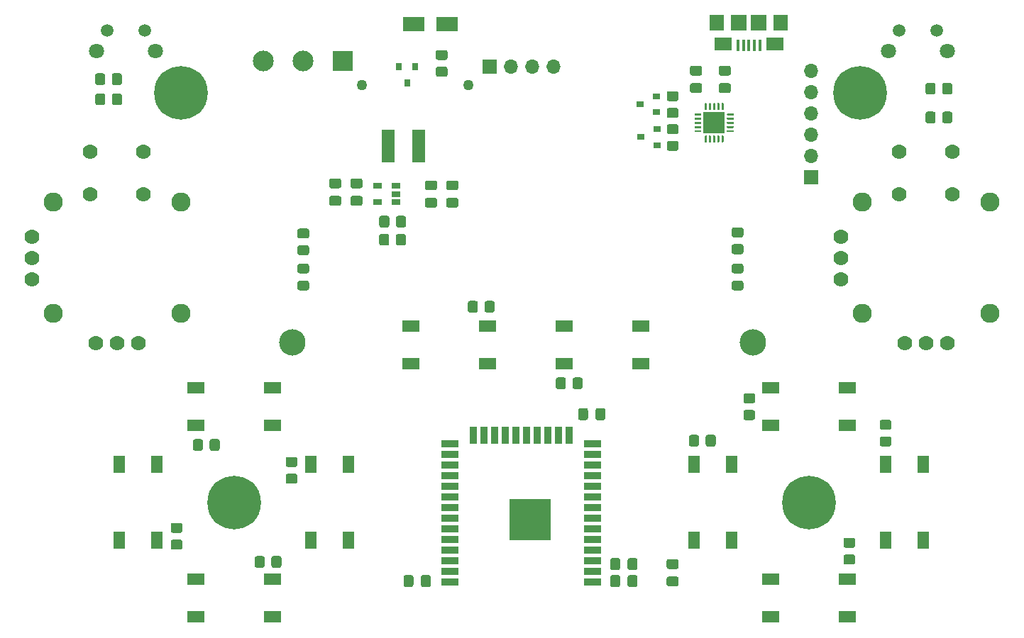
<source format=gbr>
%TF.GenerationSoftware,KiCad,Pcbnew,5.1.12-84ad8e8a86~92~ubuntu18.04.1*%
%TF.CreationDate,2021-12-07T10:10:18-05:00*%
%TF.ProjectId,Makers-Unified-Controller,4d616b65-7273-42d5-956e-69666965642d,rev?*%
%TF.SameCoordinates,Original*%
%TF.FileFunction,Soldermask,Top*%
%TF.FilePolarity,Negative*%
%FSLAX46Y46*%
G04 Gerber Fmt 4.6, Leading zero omitted, Abs format (unit mm)*
G04 Created by KiCad (PCBNEW 5.1.12-84ad8e8a86~92~ubuntu18.04.1) date 2021-12-07 10:10:18*
%MOMM*%
%LPD*%
G01*
G04 APERTURE LIST*
%ADD10R,2.100000X1.400000*%
%ADD11C,1.263000*%
%ADD12C,3.150000*%
%ADD13C,1.778000*%
%ADD14C,2.286000*%
%ADD15R,2.000000X0.900000*%
%ADD16R,0.900000X2.000000*%
%ADD17R,5.000000X5.000000*%
%ADD18R,1.060000X0.650000*%
%ADD19R,2.500000X2.500000*%
%ADD20R,1.400000X2.100000*%
%ADD21C,1.498600*%
%ADD22C,1.803400*%
%ADD23R,2.475000X2.475000*%
%ADD24C,2.475000*%
%ADD25R,0.900000X0.800000*%
%ADD26R,0.800000X0.900000*%
%ADD27R,1.498600X3.987800*%
%ADD28O,1.700000X1.700000*%
%ADD29R,1.700000X1.700000*%
%ADD30R,0.400000X1.350000*%
%ADD31R,2.100000X1.600000*%
%ADD32R,1.900000X1.900000*%
%ADD33R,1.800000X1.900000*%
%ADD34C,0.800000*%
%ADD35C,6.400000*%
%ADD36R,2.500000X1.800000*%
G04 APERTURE END LIST*
D10*
%TO.C,SW12*%
X191030000Y-125440000D03*
X200130000Y-125440000D03*
X200130000Y-120940000D03*
X191030000Y-120940000D03*
%TD*%
D11*
%TO.C,BT1*%
X142240000Y-61910000D03*
X154940000Y-61910000D03*
D12*
X133940000Y-92610000D03*
X188940000Y-92610000D03*
%TD*%
D13*
%TO.C,U1*%
X109855000Y-69850000D03*
X116205000Y-69850000D03*
X109855000Y-74930000D03*
X116205000Y-74930000D03*
X110490000Y-92710000D03*
X113030000Y-92710000D03*
X115570000Y-92710000D03*
D14*
X105410000Y-75882500D03*
X105410000Y-89217500D03*
X120650000Y-89217500D03*
X120650000Y-75882500D03*
D13*
X102870000Y-80010000D03*
X102870000Y-82550000D03*
X102870000Y-85090000D03*
%TD*%
%TO.C,C11*%
G36*
G01*
X169222000Y-100744000D02*
X169222000Y-101694000D01*
G75*
G02*
X168972000Y-101944000I-250000J0D01*
G01*
X168297000Y-101944000D01*
G75*
G02*
X168047000Y-101694000I0J250000D01*
G01*
X168047000Y-100744000D01*
G75*
G02*
X168297000Y-100494000I250000J0D01*
G01*
X168972000Y-100494000D01*
G75*
G02*
X169222000Y-100744000I0J-250000D01*
G01*
G37*
G36*
G01*
X171297000Y-100744000D02*
X171297000Y-101694000D01*
G75*
G02*
X171047000Y-101944000I-250000J0D01*
G01*
X170372000Y-101944000D01*
G75*
G02*
X170122000Y-101694000I0J250000D01*
G01*
X170122000Y-100744000D01*
G75*
G02*
X170372000Y-100494000I250000J0D01*
G01*
X171047000Y-100494000D01*
G75*
G02*
X171297000Y-100744000I0J-250000D01*
G01*
G37*
%TD*%
%TO.C,C10*%
G36*
G01*
X149294000Y-121633000D02*
X149294000Y-120683000D01*
G75*
G02*
X149544000Y-120433000I250000J0D01*
G01*
X150219000Y-120433000D01*
G75*
G02*
X150469000Y-120683000I0J-250000D01*
G01*
X150469000Y-121633000D01*
G75*
G02*
X150219000Y-121883000I-250000J0D01*
G01*
X149544000Y-121883000D01*
G75*
G02*
X149294000Y-121633000I0J250000D01*
G01*
G37*
G36*
G01*
X147219000Y-121633000D02*
X147219000Y-120683000D01*
G75*
G02*
X147469000Y-120433000I250000J0D01*
G01*
X148144000Y-120433000D01*
G75*
G02*
X148394000Y-120683000I0J-250000D01*
G01*
X148394000Y-121633000D01*
G75*
G02*
X148144000Y-121883000I-250000J0D01*
G01*
X147469000Y-121883000D01*
G75*
G02*
X147219000Y-121633000I0J250000D01*
G01*
G37*
%TD*%
%TO.C,C9*%
G36*
G01*
X182593000Y-60785500D02*
X181643000Y-60785500D01*
G75*
G02*
X181393000Y-60535500I0J250000D01*
G01*
X181393000Y-59860500D01*
G75*
G02*
X181643000Y-59610500I250000J0D01*
G01*
X182593000Y-59610500D01*
G75*
G02*
X182843000Y-59860500I0J-250000D01*
G01*
X182843000Y-60535500D01*
G75*
G02*
X182593000Y-60785500I-250000J0D01*
G01*
G37*
G36*
G01*
X182593000Y-62860500D02*
X181643000Y-62860500D01*
G75*
G02*
X181393000Y-62610500I0J250000D01*
G01*
X181393000Y-61935500D01*
G75*
G02*
X181643000Y-61685500I250000J0D01*
G01*
X182593000Y-61685500D01*
G75*
G02*
X182843000Y-61935500I0J-250000D01*
G01*
X182843000Y-62610500D01*
G75*
G02*
X182593000Y-62860500I-250000J0D01*
G01*
G37*
%TD*%
D15*
%TO.C,U5*%
X152790000Y-121285000D03*
X152790000Y-120015000D03*
X152790000Y-118745000D03*
X152790000Y-117475000D03*
X152790000Y-116205000D03*
X152790000Y-114935000D03*
X152790000Y-113665000D03*
X152790000Y-112395000D03*
X152790000Y-111125000D03*
X152790000Y-109855000D03*
X152790000Y-108585000D03*
X152790000Y-107315000D03*
X152790000Y-106045000D03*
X152790000Y-104775000D03*
D16*
X155575000Y-103775000D03*
X156845000Y-103775000D03*
X158115000Y-103775000D03*
X159385000Y-103775000D03*
X160655000Y-103775000D03*
X161925000Y-103775000D03*
X163195000Y-103775000D03*
X164465000Y-103775000D03*
X165735000Y-103775000D03*
X167005000Y-103775000D03*
D15*
X169790000Y-104775000D03*
X169790000Y-106045000D03*
X169790000Y-107315000D03*
X169790000Y-108585000D03*
X169790000Y-109855000D03*
X169790000Y-111125000D03*
X169790000Y-112395000D03*
X169790000Y-113665000D03*
X169790000Y-114935000D03*
X169790000Y-116205000D03*
X169790000Y-117475000D03*
X169790000Y-118745000D03*
X169790000Y-120015000D03*
X169790000Y-121285000D03*
D17*
X162290000Y-113785000D03*
%TD*%
D13*
%TO.C,U4*%
X206375000Y-69850000D03*
X212725000Y-69850000D03*
X206375000Y-74930000D03*
X212725000Y-74930000D03*
X207010000Y-92710000D03*
X209550000Y-92710000D03*
X212090000Y-92710000D03*
D14*
X201930000Y-75882500D03*
X201930000Y-89217500D03*
X217170000Y-89217500D03*
X217170000Y-75882500D03*
D13*
X199390000Y-80010000D03*
X199390000Y-82550000D03*
X199390000Y-85090000D03*
%TD*%
D18*
%TO.C,U3*%
X144145000Y-75880000D03*
X144145000Y-73980000D03*
X146345000Y-73980000D03*
X146345000Y-74930000D03*
X146345000Y-75880000D03*
%TD*%
D19*
%TO.C,U2*%
X184277000Y-66421000D03*
G36*
G01*
X182689500Y-67546000D02*
X181989500Y-67546000D01*
G75*
G02*
X181927000Y-67483500I0J62500D01*
G01*
X181927000Y-67358500D01*
G75*
G02*
X181989500Y-67296000I62500J0D01*
G01*
X182689500Y-67296000D01*
G75*
G02*
X182752000Y-67358500I0J-62500D01*
G01*
X182752000Y-67483500D01*
G75*
G02*
X182689500Y-67546000I-62500J0D01*
G01*
G37*
G36*
G01*
X182689500Y-67046000D02*
X181989500Y-67046000D01*
G75*
G02*
X181927000Y-66983500I0J62500D01*
G01*
X181927000Y-66858500D01*
G75*
G02*
X181989500Y-66796000I62500J0D01*
G01*
X182689500Y-66796000D01*
G75*
G02*
X182752000Y-66858500I0J-62500D01*
G01*
X182752000Y-66983500D01*
G75*
G02*
X182689500Y-67046000I-62500J0D01*
G01*
G37*
G36*
G01*
X182689500Y-66546000D02*
X181989500Y-66546000D01*
G75*
G02*
X181927000Y-66483500I0J62500D01*
G01*
X181927000Y-66358500D01*
G75*
G02*
X181989500Y-66296000I62500J0D01*
G01*
X182689500Y-66296000D01*
G75*
G02*
X182752000Y-66358500I0J-62500D01*
G01*
X182752000Y-66483500D01*
G75*
G02*
X182689500Y-66546000I-62500J0D01*
G01*
G37*
G36*
G01*
X182689500Y-66046000D02*
X181989500Y-66046000D01*
G75*
G02*
X181927000Y-65983500I0J62500D01*
G01*
X181927000Y-65858500D01*
G75*
G02*
X181989500Y-65796000I62500J0D01*
G01*
X182689500Y-65796000D01*
G75*
G02*
X182752000Y-65858500I0J-62500D01*
G01*
X182752000Y-65983500D01*
G75*
G02*
X182689500Y-66046000I-62500J0D01*
G01*
G37*
G36*
G01*
X182689500Y-65546000D02*
X181989500Y-65546000D01*
G75*
G02*
X181927000Y-65483500I0J62500D01*
G01*
X181927000Y-65358500D01*
G75*
G02*
X181989500Y-65296000I62500J0D01*
G01*
X182689500Y-65296000D01*
G75*
G02*
X182752000Y-65358500I0J-62500D01*
G01*
X182752000Y-65483500D01*
G75*
G02*
X182689500Y-65546000I-62500J0D01*
G01*
G37*
G36*
G01*
X183339500Y-64896000D02*
X183214500Y-64896000D01*
G75*
G02*
X183152000Y-64833500I0J62500D01*
G01*
X183152000Y-64133500D01*
G75*
G02*
X183214500Y-64071000I62500J0D01*
G01*
X183339500Y-64071000D01*
G75*
G02*
X183402000Y-64133500I0J-62500D01*
G01*
X183402000Y-64833500D01*
G75*
G02*
X183339500Y-64896000I-62500J0D01*
G01*
G37*
G36*
G01*
X183839500Y-64896000D02*
X183714500Y-64896000D01*
G75*
G02*
X183652000Y-64833500I0J62500D01*
G01*
X183652000Y-64133500D01*
G75*
G02*
X183714500Y-64071000I62500J0D01*
G01*
X183839500Y-64071000D01*
G75*
G02*
X183902000Y-64133500I0J-62500D01*
G01*
X183902000Y-64833500D01*
G75*
G02*
X183839500Y-64896000I-62500J0D01*
G01*
G37*
G36*
G01*
X184339500Y-64896000D02*
X184214500Y-64896000D01*
G75*
G02*
X184152000Y-64833500I0J62500D01*
G01*
X184152000Y-64133500D01*
G75*
G02*
X184214500Y-64071000I62500J0D01*
G01*
X184339500Y-64071000D01*
G75*
G02*
X184402000Y-64133500I0J-62500D01*
G01*
X184402000Y-64833500D01*
G75*
G02*
X184339500Y-64896000I-62500J0D01*
G01*
G37*
G36*
G01*
X184839500Y-64896000D02*
X184714500Y-64896000D01*
G75*
G02*
X184652000Y-64833500I0J62500D01*
G01*
X184652000Y-64133500D01*
G75*
G02*
X184714500Y-64071000I62500J0D01*
G01*
X184839500Y-64071000D01*
G75*
G02*
X184902000Y-64133500I0J-62500D01*
G01*
X184902000Y-64833500D01*
G75*
G02*
X184839500Y-64896000I-62500J0D01*
G01*
G37*
G36*
G01*
X185339500Y-64896000D02*
X185214500Y-64896000D01*
G75*
G02*
X185152000Y-64833500I0J62500D01*
G01*
X185152000Y-64133500D01*
G75*
G02*
X185214500Y-64071000I62500J0D01*
G01*
X185339500Y-64071000D01*
G75*
G02*
X185402000Y-64133500I0J-62500D01*
G01*
X185402000Y-64833500D01*
G75*
G02*
X185339500Y-64896000I-62500J0D01*
G01*
G37*
G36*
G01*
X186564500Y-65546000D02*
X185864500Y-65546000D01*
G75*
G02*
X185802000Y-65483500I0J62500D01*
G01*
X185802000Y-65358500D01*
G75*
G02*
X185864500Y-65296000I62500J0D01*
G01*
X186564500Y-65296000D01*
G75*
G02*
X186627000Y-65358500I0J-62500D01*
G01*
X186627000Y-65483500D01*
G75*
G02*
X186564500Y-65546000I-62500J0D01*
G01*
G37*
G36*
G01*
X186564500Y-66046000D02*
X185864500Y-66046000D01*
G75*
G02*
X185802000Y-65983500I0J62500D01*
G01*
X185802000Y-65858500D01*
G75*
G02*
X185864500Y-65796000I62500J0D01*
G01*
X186564500Y-65796000D01*
G75*
G02*
X186627000Y-65858500I0J-62500D01*
G01*
X186627000Y-65983500D01*
G75*
G02*
X186564500Y-66046000I-62500J0D01*
G01*
G37*
G36*
G01*
X186564500Y-66546000D02*
X185864500Y-66546000D01*
G75*
G02*
X185802000Y-66483500I0J62500D01*
G01*
X185802000Y-66358500D01*
G75*
G02*
X185864500Y-66296000I62500J0D01*
G01*
X186564500Y-66296000D01*
G75*
G02*
X186627000Y-66358500I0J-62500D01*
G01*
X186627000Y-66483500D01*
G75*
G02*
X186564500Y-66546000I-62500J0D01*
G01*
G37*
G36*
G01*
X186564500Y-67046000D02*
X185864500Y-67046000D01*
G75*
G02*
X185802000Y-66983500I0J62500D01*
G01*
X185802000Y-66858500D01*
G75*
G02*
X185864500Y-66796000I62500J0D01*
G01*
X186564500Y-66796000D01*
G75*
G02*
X186627000Y-66858500I0J-62500D01*
G01*
X186627000Y-66983500D01*
G75*
G02*
X186564500Y-67046000I-62500J0D01*
G01*
G37*
G36*
G01*
X186564500Y-67546000D02*
X185864500Y-67546000D01*
G75*
G02*
X185802000Y-67483500I0J62500D01*
G01*
X185802000Y-67358500D01*
G75*
G02*
X185864500Y-67296000I62500J0D01*
G01*
X186564500Y-67296000D01*
G75*
G02*
X186627000Y-67358500I0J-62500D01*
G01*
X186627000Y-67483500D01*
G75*
G02*
X186564500Y-67546000I-62500J0D01*
G01*
G37*
G36*
G01*
X185339500Y-68771000D02*
X185214500Y-68771000D01*
G75*
G02*
X185152000Y-68708500I0J62500D01*
G01*
X185152000Y-68008500D01*
G75*
G02*
X185214500Y-67946000I62500J0D01*
G01*
X185339500Y-67946000D01*
G75*
G02*
X185402000Y-68008500I0J-62500D01*
G01*
X185402000Y-68708500D01*
G75*
G02*
X185339500Y-68771000I-62500J0D01*
G01*
G37*
G36*
G01*
X184839500Y-68771000D02*
X184714500Y-68771000D01*
G75*
G02*
X184652000Y-68708500I0J62500D01*
G01*
X184652000Y-68008500D01*
G75*
G02*
X184714500Y-67946000I62500J0D01*
G01*
X184839500Y-67946000D01*
G75*
G02*
X184902000Y-68008500I0J-62500D01*
G01*
X184902000Y-68708500D01*
G75*
G02*
X184839500Y-68771000I-62500J0D01*
G01*
G37*
G36*
G01*
X184339500Y-68771000D02*
X184214500Y-68771000D01*
G75*
G02*
X184152000Y-68708500I0J62500D01*
G01*
X184152000Y-68008500D01*
G75*
G02*
X184214500Y-67946000I62500J0D01*
G01*
X184339500Y-67946000D01*
G75*
G02*
X184402000Y-68008500I0J-62500D01*
G01*
X184402000Y-68708500D01*
G75*
G02*
X184339500Y-68771000I-62500J0D01*
G01*
G37*
G36*
G01*
X183839500Y-68771000D02*
X183714500Y-68771000D01*
G75*
G02*
X183652000Y-68708500I0J62500D01*
G01*
X183652000Y-68008500D01*
G75*
G02*
X183714500Y-67946000I62500J0D01*
G01*
X183839500Y-67946000D01*
G75*
G02*
X183902000Y-68008500I0J-62500D01*
G01*
X183902000Y-68708500D01*
G75*
G02*
X183839500Y-68771000I-62500J0D01*
G01*
G37*
G36*
G01*
X183339500Y-68771000D02*
X183214500Y-68771000D01*
G75*
G02*
X183152000Y-68708500I0J62500D01*
G01*
X183152000Y-68008500D01*
G75*
G02*
X183214500Y-67946000I62500J0D01*
G01*
X183339500Y-67946000D01*
G75*
G02*
X183402000Y-68008500I0J-62500D01*
G01*
X183402000Y-68708500D01*
G75*
G02*
X183339500Y-68771000I-62500J0D01*
G01*
G37*
%TD*%
D20*
%TO.C,SW13*%
X186400000Y-116310000D03*
X186400000Y-107210000D03*
X181900000Y-107210000D03*
X181900000Y-116310000D03*
%TD*%
%TO.C,SW11*%
X209260000Y-116310000D03*
X209260000Y-107210000D03*
X204760000Y-107210000D03*
X204760000Y-116310000D03*
%TD*%
D10*
%TO.C,SW10*%
X200130000Y-98080000D03*
X191030000Y-98080000D03*
X191030000Y-102580000D03*
X200130000Y-102580000D03*
%TD*%
D20*
%TO.C,SW9*%
X113320000Y-107210000D03*
X113320000Y-116310000D03*
X117820000Y-116310000D03*
X117820000Y-107210000D03*
%TD*%
D10*
%TO.C,SW8*%
X122450000Y-125440000D03*
X131550000Y-125440000D03*
X131550000Y-120940000D03*
X122450000Y-120940000D03*
%TD*%
D20*
%TO.C,SW7*%
X140680000Y-116310000D03*
X140680000Y-107210000D03*
X136180000Y-107210000D03*
X136180000Y-116310000D03*
%TD*%
D10*
%TO.C,SW6*%
X131550000Y-98080000D03*
X122450000Y-98080000D03*
X122450000Y-102580000D03*
X131550000Y-102580000D03*
%TD*%
D21*
%TO.C,SW5*%
X116332000Y-55372000D03*
X111831999Y-55372000D03*
D22*
X117587000Y-57862299D03*
X110576999Y-57862299D03*
%TD*%
D21*
%TO.C,SW4*%
X210820000Y-55372000D03*
X206319999Y-55372000D03*
D22*
X212075000Y-57862299D03*
X205064999Y-57862299D03*
%TD*%
D10*
%TO.C,SW3*%
X148104000Y-95214000D03*
X157204000Y-95214000D03*
X157204000Y-90714000D03*
X148104000Y-90714000D03*
%TD*%
%TO.C,SW2*%
X175492000Y-90714000D03*
X166392000Y-90714000D03*
X166392000Y-95214000D03*
X175492000Y-95214000D03*
%TD*%
D23*
%TO.C,SW1*%
X140005000Y-59055000D03*
D24*
X135255000Y-59055000D03*
X130505000Y-59055000D03*
%TD*%
%TO.C,R21*%
G36*
G01*
X186620999Y-80918000D02*
X187521001Y-80918000D01*
G75*
G02*
X187771000Y-81167999I0J-249999D01*
G01*
X187771000Y-81868001D01*
G75*
G02*
X187521001Y-82118000I-249999J0D01*
G01*
X186620999Y-82118000D01*
G75*
G02*
X186371000Y-81868001I0J249999D01*
G01*
X186371000Y-81167999D01*
G75*
G02*
X186620999Y-80918000I249999J0D01*
G01*
G37*
G36*
G01*
X186620999Y-78918000D02*
X187521001Y-78918000D01*
G75*
G02*
X187771000Y-79167999I0J-249999D01*
G01*
X187771000Y-79868001D01*
G75*
G02*
X187521001Y-80118000I-249999J0D01*
G01*
X186620999Y-80118000D01*
G75*
G02*
X186371000Y-79868001I0J249999D01*
G01*
X186371000Y-79167999D01*
G75*
G02*
X186620999Y-78918000I249999J0D01*
G01*
G37*
%TD*%
%TO.C,R20*%
G36*
G01*
X183264000Y-104844001D02*
X183264000Y-103943999D01*
G75*
G02*
X183513999Y-103694000I249999J0D01*
G01*
X184214001Y-103694000D01*
G75*
G02*
X184464000Y-103943999I0J-249999D01*
G01*
X184464000Y-104844001D01*
G75*
G02*
X184214001Y-105094000I-249999J0D01*
G01*
X183513999Y-105094000D01*
G75*
G02*
X183264000Y-104844001I0J249999D01*
G01*
G37*
G36*
G01*
X181264000Y-104844001D02*
X181264000Y-103943999D01*
G75*
G02*
X181513999Y-103694000I249999J0D01*
G01*
X182214001Y-103694000D01*
G75*
G02*
X182464000Y-103943999I0J-249999D01*
G01*
X182464000Y-104844001D01*
G75*
G02*
X182214001Y-105094000I-249999J0D01*
G01*
X181513999Y-105094000D01*
G75*
G02*
X181264000Y-104844001I0J249999D01*
G01*
G37*
%TD*%
%TO.C,R19*%
G36*
G01*
X134804999Y-81045000D02*
X135705001Y-81045000D01*
G75*
G02*
X135955000Y-81294999I0J-249999D01*
G01*
X135955000Y-81995001D01*
G75*
G02*
X135705001Y-82245000I-249999J0D01*
G01*
X134804999Y-82245000D01*
G75*
G02*
X134555000Y-81995001I0J249999D01*
G01*
X134555000Y-81294999D01*
G75*
G02*
X134804999Y-81045000I249999J0D01*
G01*
G37*
G36*
G01*
X134804999Y-79045000D02*
X135705001Y-79045000D01*
G75*
G02*
X135955000Y-79294999I0J-249999D01*
G01*
X135955000Y-79995001D01*
G75*
G02*
X135705001Y-80245000I-249999J0D01*
G01*
X134804999Y-80245000D01*
G75*
G02*
X134555000Y-79995001I0J249999D01*
G01*
X134555000Y-79294999D01*
G75*
G02*
X134804999Y-79045000I249999J0D01*
G01*
G37*
%TD*%
%TO.C,R18*%
G36*
G01*
X200856001Y-117186000D02*
X199955999Y-117186000D01*
G75*
G02*
X199706000Y-116936001I0J249999D01*
G01*
X199706000Y-116235999D01*
G75*
G02*
X199955999Y-115986000I249999J0D01*
G01*
X200856001Y-115986000D01*
G75*
G02*
X201106000Y-116235999I0J-249999D01*
G01*
X201106000Y-116936001D01*
G75*
G02*
X200856001Y-117186000I-249999J0D01*
G01*
G37*
G36*
G01*
X200856001Y-119186000D02*
X199955999Y-119186000D01*
G75*
G02*
X199706000Y-118936001I0J249999D01*
G01*
X199706000Y-118235999D01*
G75*
G02*
X199955999Y-117986000I249999J0D01*
G01*
X200856001Y-117986000D01*
G75*
G02*
X201106000Y-118235999I0J-249999D01*
G01*
X201106000Y-118936001D01*
G75*
G02*
X200856001Y-119186000I-249999J0D01*
G01*
G37*
%TD*%
%TO.C,R17*%
G36*
G01*
X205174001Y-103089000D02*
X204273999Y-103089000D01*
G75*
G02*
X204024000Y-102839001I0J249999D01*
G01*
X204024000Y-102138999D01*
G75*
G02*
X204273999Y-101889000I249999J0D01*
G01*
X205174001Y-101889000D01*
G75*
G02*
X205424000Y-102138999I0J-249999D01*
G01*
X205424000Y-102839001D01*
G75*
G02*
X205174001Y-103089000I-249999J0D01*
G01*
G37*
G36*
G01*
X205174001Y-105089000D02*
X204273999Y-105089000D01*
G75*
G02*
X204024000Y-104839001I0J249999D01*
G01*
X204024000Y-104138999D01*
G75*
G02*
X204273999Y-103889000I249999J0D01*
G01*
X205174001Y-103889000D01*
G75*
G02*
X205424000Y-104138999I0J-249999D01*
G01*
X205424000Y-104839001D01*
G75*
G02*
X205174001Y-105089000I-249999J0D01*
G01*
G37*
%TD*%
%TO.C,R16*%
G36*
G01*
X188918001Y-99930000D02*
X188017999Y-99930000D01*
G75*
G02*
X187768000Y-99680001I0J249999D01*
G01*
X187768000Y-98979999D01*
G75*
G02*
X188017999Y-98730000I249999J0D01*
G01*
X188918001Y-98730000D01*
G75*
G02*
X189168000Y-98979999I0J-249999D01*
G01*
X189168000Y-99680001D01*
G75*
G02*
X188918001Y-99930000I-249999J0D01*
G01*
G37*
G36*
G01*
X188918001Y-101930000D02*
X188017999Y-101930000D01*
G75*
G02*
X187768000Y-101680001I0J249999D01*
G01*
X187768000Y-100979999D01*
G75*
G02*
X188017999Y-100730000I249999J0D01*
G01*
X188918001Y-100730000D01*
G75*
G02*
X189168000Y-100979999I0J-249999D01*
G01*
X189168000Y-101680001D01*
G75*
G02*
X188918001Y-101930000I-249999J0D01*
G01*
G37*
%TD*%
%TO.C,R15*%
G36*
G01*
X120592001Y-115408000D02*
X119691999Y-115408000D01*
G75*
G02*
X119442000Y-115158001I0J249999D01*
G01*
X119442000Y-114457999D01*
G75*
G02*
X119691999Y-114208000I249999J0D01*
G01*
X120592001Y-114208000D01*
G75*
G02*
X120842000Y-114457999I0J-249999D01*
G01*
X120842000Y-115158001D01*
G75*
G02*
X120592001Y-115408000I-249999J0D01*
G01*
G37*
G36*
G01*
X120592001Y-117408000D02*
X119691999Y-117408000D01*
G75*
G02*
X119442000Y-117158001I0J249999D01*
G01*
X119442000Y-116457999D01*
G75*
G02*
X119691999Y-116208000I249999J0D01*
G01*
X120592001Y-116208000D01*
G75*
G02*
X120842000Y-116457999I0J-249999D01*
G01*
X120842000Y-117158001D01*
G75*
G02*
X120592001Y-117408000I-249999J0D01*
G01*
G37*
%TD*%
%TO.C,R14*%
G36*
G01*
X130648000Y-118421999D02*
X130648000Y-119322001D01*
G75*
G02*
X130398001Y-119572000I-249999J0D01*
G01*
X129697999Y-119572000D01*
G75*
G02*
X129448000Y-119322001I0J249999D01*
G01*
X129448000Y-118421999D01*
G75*
G02*
X129697999Y-118172000I249999J0D01*
G01*
X130398001Y-118172000D01*
G75*
G02*
X130648000Y-118421999I0J-249999D01*
G01*
G37*
G36*
G01*
X132648000Y-118421999D02*
X132648000Y-119322001D01*
G75*
G02*
X132398001Y-119572000I-249999J0D01*
G01*
X131697999Y-119572000D01*
G75*
G02*
X131448000Y-119322001I0J249999D01*
G01*
X131448000Y-118421999D01*
G75*
G02*
X131697999Y-118172000I249999J0D01*
G01*
X132398001Y-118172000D01*
G75*
G02*
X132648000Y-118421999I0J-249999D01*
G01*
G37*
%TD*%
%TO.C,R13*%
G36*
G01*
X133407999Y-108334000D02*
X134308001Y-108334000D01*
G75*
G02*
X134558000Y-108583999I0J-249999D01*
G01*
X134558000Y-109284001D01*
G75*
G02*
X134308001Y-109534000I-249999J0D01*
G01*
X133407999Y-109534000D01*
G75*
G02*
X133158000Y-109284001I0J249999D01*
G01*
X133158000Y-108583999D01*
G75*
G02*
X133407999Y-108334000I249999J0D01*
G01*
G37*
G36*
G01*
X133407999Y-106334000D02*
X134308001Y-106334000D01*
G75*
G02*
X134558000Y-106583999I0J-249999D01*
G01*
X134558000Y-107284001D01*
G75*
G02*
X134308001Y-107534000I-249999J0D01*
G01*
X133407999Y-107534000D01*
G75*
G02*
X133158000Y-107284001I0J249999D01*
G01*
X133158000Y-106583999D01*
G75*
G02*
X133407999Y-106334000I249999J0D01*
G01*
G37*
%TD*%
%TO.C,R12*%
G36*
G01*
X124082000Y-105352001D02*
X124082000Y-104451999D01*
G75*
G02*
X124331999Y-104202000I249999J0D01*
G01*
X125032001Y-104202000D01*
G75*
G02*
X125282000Y-104451999I0J-249999D01*
G01*
X125282000Y-105352001D01*
G75*
G02*
X125032001Y-105602000I-249999J0D01*
G01*
X124331999Y-105602000D01*
G75*
G02*
X124082000Y-105352001I0J249999D01*
G01*
G37*
G36*
G01*
X122082000Y-105352001D02*
X122082000Y-104451999D01*
G75*
G02*
X122331999Y-104202000I249999J0D01*
G01*
X123032001Y-104202000D01*
G75*
G02*
X123282000Y-104451999I0J-249999D01*
G01*
X123282000Y-105352001D01*
G75*
G02*
X123032001Y-105602000I-249999J0D01*
G01*
X122331999Y-105602000D01*
G75*
G02*
X122082000Y-105352001I0J249999D01*
G01*
G37*
%TD*%
%TO.C,R11*%
G36*
G01*
X111614000Y-60763999D02*
X111614000Y-61664001D01*
G75*
G02*
X111364001Y-61914000I-249999J0D01*
G01*
X110663999Y-61914000D01*
G75*
G02*
X110414000Y-61664001I0J249999D01*
G01*
X110414000Y-60763999D01*
G75*
G02*
X110663999Y-60514000I249999J0D01*
G01*
X111364001Y-60514000D01*
G75*
G02*
X111614000Y-60763999I0J-249999D01*
G01*
G37*
G36*
G01*
X113614000Y-60763999D02*
X113614000Y-61664001D01*
G75*
G02*
X113364001Y-61914000I-249999J0D01*
G01*
X112663999Y-61914000D01*
G75*
G02*
X112414000Y-61664001I0J249999D01*
G01*
X112414000Y-60763999D01*
G75*
G02*
X112663999Y-60514000I249999J0D01*
G01*
X113364001Y-60514000D01*
G75*
G02*
X113614000Y-60763999I0J-249999D01*
G01*
G37*
%TD*%
%TO.C,R10*%
G36*
G01*
X156880000Y-88842001D02*
X156880000Y-87941999D01*
G75*
G02*
X157129999Y-87692000I249999J0D01*
G01*
X157830001Y-87692000D01*
G75*
G02*
X158080000Y-87941999I0J-249999D01*
G01*
X158080000Y-88842001D01*
G75*
G02*
X157830001Y-89092000I-249999J0D01*
G01*
X157129999Y-89092000D01*
G75*
G02*
X156880000Y-88842001I0J249999D01*
G01*
G37*
G36*
G01*
X154880000Y-88842001D02*
X154880000Y-87941999D01*
G75*
G02*
X155129999Y-87692000I249999J0D01*
G01*
X155830001Y-87692000D01*
G75*
G02*
X156080000Y-87941999I0J-249999D01*
G01*
X156080000Y-88842001D01*
G75*
G02*
X155830001Y-89092000I-249999J0D01*
G01*
X155129999Y-89092000D01*
G75*
G02*
X154880000Y-88842001I0J249999D01*
G01*
G37*
%TD*%
%TO.C,R9*%
G36*
G01*
X211490000Y-62807001D02*
X211490000Y-61906999D01*
G75*
G02*
X211739999Y-61657000I249999J0D01*
G01*
X212440001Y-61657000D01*
G75*
G02*
X212690000Y-61906999I0J-249999D01*
G01*
X212690000Y-62807001D01*
G75*
G02*
X212440001Y-63057000I-249999J0D01*
G01*
X211739999Y-63057000D01*
G75*
G02*
X211490000Y-62807001I0J249999D01*
G01*
G37*
G36*
G01*
X209490000Y-62807001D02*
X209490000Y-61906999D01*
G75*
G02*
X209739999Y-61657000I249999J0D01*
G01*
X210440001Y-61657000D01*
G75*
G02*
X210690000Y-61906999I0J-249999D01*
G01*
X210690000Y-62807001D01*
G75*
G02*
X210440001Y-63057000I-249999J0D01*
G01*
X209739999Y-63057000D01*
G75*
G02*
X209490000Y-62807001I0J249999D01*
G01*
G37*
%TD*%
%TO.C,R8*%
G36*
G01*
X166589000Y-97085999D02*
X166589000Y-97986001D01*
G75*
G02*
X166339001Y-98236000I-249999J0D01*
G01*
X165638999Y-98236000D01*
G75*
G02*
X165389000Y-97986001I0J249999D01*
G01*
X165389000Y-97085999D01*
G75*
G02*
X165638999Y-96836000I249999J0D01*
G01*
X166339001Y-96836000D01*
G75*
G02*
X166589000Y-97085999I0J-249999D01*
G01*
G37*
G36*
G01*
X168589000Y-97085999D02*
X168589000Y-97986001D01*
G75*
G02*
X168339001Y-98236000I-249999J0D01*
G01*
X167638999Y-98236000D01*
G75*
G02*
X167389000Y-97986001I0J249999D01*
G01*
X167389000Y-97085999D01*
G75*
G02*
X167638999Y-96836000I249999J0D01*
G01*
X168339001Y-96836000D01*
G75*
G02*
X168589000Y-97085999I0J-249999D01*
G01*
G37*
%TD*%
%TO.C,R7*%
G36*
G01*
X146307000Y-80841001D02*
X146307000Y-79940999D01*
G75*
G02*
X146556999Y-79691000I249999J0D01*
G01*
X147257001Y-79691000D01*
G75*
G02*
X147507000Y-79940999I0J-249999D01*
G01*
X147507000Y-80841001D01*
G75*
G02*
X147257001Y-81091000I-249999J0D01*
G01*
X146556999Y-81091000D01*
G75*
G02*
X146307000Y-80841001I0J249999D01*
G01*
G37*
G36*
G01*
X144307000Y-80841001D02*
X144307000Y-79940999D01*
G75*
G02*
X144556999Y-79691000I249999J0D01*
G01*
X145257001Y-79691000D01*
G75*
G02*
X145507000Y-79940999I0J-249999D01*
G01*
X145507000Y-80841001D01*
G75*
G02*
X145257001Y-81091000I-249999J0D01*
G01*
X144556999Y-81091000D01*
G75*
G02*
X144307000Y-80841001I0J249999D01*
G01*
G37*
%TD*%
%TO.C,R6*%
G36*
G01*
X145523000Y-77781999D02*
X145523000Y-78682001D01*
G75*
G02*
X145273001Y-78932000I-249999J0D01*
G01*
X144572999Y-78932000D01*
G75*
G02*
X144323000Y-78682001I0J249999D01*
G01*
X144323000Y-77781999D01*
G75*
G02*
X144572999Y-77532000I249999J0D01*
G01*
X145273001Y-77532000D01*
G75*
G02*
X145523000Y-77781999I0J-249999D01*
G01*
G37*
G36*
G01*
X147523000Y-77781999D02*
X147523000Y-78682001D01*
G75*
G02*
X147273001Y-78932000I-249999J0D01*
G01*
X146572999Y-78932000D01*
G75*
G02*
X146323000Y-78682001I0J249999D01*
G01*
X146323000Y-77781999D01*
G75*
G02*
X146572999Y-77532000I249999J0D01*
G01*
X147273001Y-77532000D01*
G75*
G02*
X147523000Y-77781999I0J-249999D01*
G01*
G37*
%TD*%
%TO.C,R5*%
G36*
G01*
X211490000Y-66236001D02*
X211490000Y-65335999D01*
G75*
G02*
X211739999Y-65086000I249999J0D01*
G01*
X212440001Y-65086000D01*
G75*
G02*
X212690000Y-65335999I0J-249999D01*
G01*
X212690000Y-66236001D01*
G75*
G02*
X212440001Y-66486000I-249999J0D01*
G01*
X211739999Y-66486000D01*
G75*
G02*
X211490000Y-66236001I0J249999D01*
G01*
G37*
G36*
G01*
X209490000Y-66236001D02*
X209490000Y-65335999D01*
G75*
G02*
X209739999Y-65086000I249999J0D01*
G01*
X210440001Y-65086000D01*
G75*
G02*
X210690000Y-65335999I0J-249999D01*
G01*
X210690000Y-66236001D01*
G75*
G02*
X210440001Y-66486000I-249999J0D01*
G01*
X209739999Y-66486000D01*
G75*
G02*
X209490000Y-66236001I0J249999D01*
G01*
G37*
%TD*%
%TO.C,R4*%
G36*
G01*
X178873999Y-64646000D02*
X179774001Y-64646000D01*
G75*
G02*
X180024000Y-64895999I0J-249999D01*
G01*
X180024000Y-65596001D01*
G75*
G02*
X179774001Y-65846000I-249999J0D01*
G01*
X178873999Y-65846000D01*
G75*
G02*
X178624000Y-65596001I0J249999D01*
G01*
X178624000Y-64895999D01*
G75*
G02*
X178873999Y-64646000I249999J0D01*
G01*
G37*
G36*
G01*
X178873999Y-62646000D02*
X179774001Y-62646000D01*
G75*
G02*
X180024000Y-62895999I0J-249999D01*
G01*
X180024000Y-63596001D01*
G75*
G02*
X179774001Y-63846000I-249999J0D01*
G01*
X178873999Y-63846000D01*
G75*
G02*
X178624000Y-63596001I0J249999D01*
G01*
X178624000Y-62895999D01*
G75*
G02*
X178873999Y-62646000I249999J0D01*
G01*
G37*
%TD*%
%TO.C,R3*%
G36*
G01*
X179774001Y-67783000D02*
X178873999Y-67783000D01*
G75*
G02*
X178624000Y-67533001I0J249999D01*
G01*
X178624000Y-66832999D01*
G75*
G02*
X178873999Y-66583000I249999J0D01*
G01*
X179774001Y-66583000D01*
G75*
G02*
X180024000Y-66832999I0J-249999D01*
G01*
X180024000Y-67533001D01*
G75*
G02*
X179774001Y-67783000I-249999J0D01*
G01*
G37*
G36*
G01*
X179774001Y-69783000D02*
X178873999Y-69783000D01*
G75*
G02*
X178624000Y-69533001I0J249999D01*
G01*
X178624000Y-68832999D01*
G75*
G02*
X178873999Y-68583000I249999J0D01*
G01*
X179774001Y-68583000D01*
G75*
G02*
X180024000Y-68832999I0J-249999D01*
G01*
X180024000Y-69533001D01*
G75*
G02*
X179774001Y-69783000I-249999J0D01*
G01*
G37*
%TD*%
%TO.C,R2*%
G36*
G01*
X111630000Y-63176999D02*
X111630000Y-64077001D01*
G75*
G02*
X111380001Y-64327000I-249999J0D01*
G01*
X110679999Y-64327000D01*
G75*
G02*
X110430000Y-64077001I0J249999D01*
G01*
X110430000Y-63176999D01*
G75*
G02*
X110679999Y-62927000I249999J0D01*
G01*
X111380001Y-62927000D01*
G75*
G02*
X111630000Y-63176999I0J-249999D01*
G01*
G37*
G36*
G01*
X113630000Y-63176999D02*
X113630000Y-64077001D01*
G75*
G02*
X113380001Y-64327000I-249999J0D01*
G01*
X112679999Y-64327000D01*
G75*
G02*
X112430000Y-64077001I0J249999D01*
G01*
X112430000Y-63176999D01*
G75*
G02*
X112679999Y-62927000I249999J0D01*
G01*
X113380001Y-62927000D01*
G75*
G02*
X113630000Y-63176999I0J-249999D01*
G01*
G37*
%TD*%
%TO.C,R1*%
G36*
G01*
X151314999Y-59725000D02*
X152215001Y-59725000D01*
G75*
G02*
X152465000Y-59974999I0J-249999D01*
G01*
X152465000Y-60675001D01*
G75*
G02*
X152215001Y-60925000I-249999J0D01*
G01*
X151314999Y-60925000D01*
G75*
G02*
X151065000Y-60675001I0J249999D01*
G01*
X151065000Y-59974999D01*
G75*
G02*
X151314999Y-59725000I249999J0D01*
G01*
G37*
G36*
G01*
X151314999Y-57725000D02*
X152215001Y-57725000D01*
G75*
G02*
X152465000Y-57974999I0J-249999D01*
G01*
X152465000Y-58675001D01*
G75*
G02*
X152215001Y-58925000I-249999J0D01*
G01*
X151314999Y-58925000D01*
G75*
G02*
X151065000Y-58675001I0J249999D01*
G01*
X151065000Y-57974999D01*
G75*
G02*
X151314999Y-57725000I249999J0D01*
G01*
G37*
%TD*%
D25*
%TO.C,Q3*%
X175514000Y-68133000D03*
X177514000Y-67183000D03*
X177514000Y-69083000D03*
%TD*%
%TO.C,Q2*%
X175419000Y-64196000D03*
X177419000Y-63246000D03*
X177419000Y-65146000D03*
%TD*%
D26*
%TO.C,Q1*%
X147635000Y-61690000D03*
X146685000Y-59690000D03*
X148585000Y-59690000D03*
%TD*%
D27*
%TO.C,L1*%
X145415000Y-69215000D03*
X149021800Y-69215000D03*
%TD*%
D28*
%TO.C,J2*%
X195834000Y-60198000D03*
X195834000Y-62738000D03*
X195834000Y-65278000D03*
X195834000Y-67818000D03*
X195834000Y-70358000D03*
D29*
X195834000Y-72898000D03*
%TD*%
D30*
%TO.C,J1*%
X188411000Y-57158000D03*
X189061000Y-57158000D03*
X187761000Y-57158000D03*
X189711000Y-57158000D03*
X187111000Y-57158000D03*
D31*
X191511000Y-57033000D03*
X185311000Y-57033000D03*
D32*
X189611000Y-54483000D03*
X187211000Y-54483000D03*
D33*
X192211000Y-54483000D03*
X184611000Y-54483000D03*
%TD*%
D34*
%TO.C,H4*%
X197277056Y-110062944D03*
X195580000Y-109360000D03*
X193882944Y-110062944D03*
X193180000Y-111760000D03*
X193882944Y-113457056D03*
X195580000Y-114160000D03*
X197277056Y-113457056D03*
X197980000Y-111760000D03*
D35*
X195580000Y-111760000D03*
%TD*%
D34*
%TO.C,H3*%
X122347056Y-61167944D03*
X120650000Y-60465000D03*
X118952944Y-61167944D03*
X118250000Y-62865000D03*
X118952944Y-64562056D03*
X120650000Y-65265000D03*
X122347056Y-64562056D03*
X123050000Y-62865000D03*
D35*
X120650000Y-62865000D03*
%TD*%
D34*
%TO.C,H2*%
X203419112Y-61167944D03*
X201722056Y-60465000D03*
X200025000Y-61167944D03*
X199322056Y-62865000D03*
X200025000Y-64562056D03*
X201722056Y-65265000D03*
X203419112Y-64562056D03*
X204122056Y-62865000D03*
D35*
X201722056Y-62865000D03*
%TD*%
D34*
%TO.C,H1*%
X128697056Y-110062944D03*
X127000000Y-109360000D03*
X125302944Y-110062944D03*
X124600000Y-111760000D03*
X125302944Y-113457056D03*
X127000000Y-114160000D03*
X128697056Y-113457056D03*
X129400000Y-111760000D03*
D35*
X127000000Y-111760000D03*
%TD*%
%TO.C,D3*%
G36*
G01*
X187521001Y-84395000D02*
X186620999Y-84395000D01*
G75*
G02*
X186371000Y-84145001I0J249999D01*
G01*
X186371000Y-83494999D01*
G75*
G02*
X186620999Y-83245000I249999J0D01*
G01*
X187521001Y-83245000D01*
G75*
G02*
X187771000Y-83494999I0J-249999D01*
G01*
X187771000Y-84145001D01*
G75*
G02*
X187521001Y-84395000I-249999J0D01*
G01*
G37*
G36*
G01*
X187521001Y-86445000D02*
X186620999Y-86445000D01*
G75*
G02*
X186371000Y-86195001I0J249999D01*
G01*
X186371000Y-85544999D01*
G75*
G02*
X186620999Y-85295000I249999J0D01*
G01*
X187521001Y-85295000D01*
G75*
G02*
X187771000Y-85544999I0J-249999D01*
G01*
X187771000Y-86195001D01*
G75*
G02*
X187521001Y-86445000I-249999J0D01*
G01*
G37*
%TD*%
%TO.C,D2*%
G36*
G01*
X135705001Y-84395000D02*
X134804999Y-84395000D01*
G75*
G02*
X134555000Y-84145001I0J249999D01*
G01*
X134555000Y-83494999D01*
G75*
G02*
X134804999Y-83245000I249999J0D01*
G01*
X135705001Y-83245000D01*
G75*
G02*
X135955000Y-83494999I0J-249999D01*
G01*
X135955000Y-84145001D01*
G75*
G02*
X135705001Y-84395000I-249999J0D01*
G01*
G37*
G36*
G01*
X135705001Y-86445000D02*
X134804999Y-86445000D01*
G75*
G02*
X134555000Y-86195001I0J249999D01*
G01*
X134555000Y-85544999D01*
G75*
G02*
X134804999Y-85295000I249999J0D01*
G01*
X135705001Y-85295000D01*
G75*
G02*
X135955000Y-85544999I0J-249999D01*
G01*
X135955000Y-86195001D01*
G75*
G02*
X135705001Y-86445000I-249999J0D01*
G01*
G37*
%TD*%
D36*
%TO.C,D1*%
X152400000Y-54610000D03*
X148400000Y-54610000D03*
%TD*%
%TO.C,C8*%
G36*
G01*
X173953500Y-119601000D02*
X173953500Y-118651000D01*
G75*
G02*
X174203500Y-118401000I250000J0D01*
G01*
X174878500Y-118401000D01*
G75*
G02*
X175128500Y-118651000I0J-250000D01*
G01*
X175128500Y-119601000D01*
G75*
G02*
X174878500Y-119851000I-250000J0D01*
G01*
X174203500Y-119851000D01*
G75*
G02*
X173953500Y-119601000I0J250000D01*
G01*
G37*
G36*
G01*
X171878500Y-119601000D02*
X171878500Y-118651000D01*
G75*
G02*
X172128500Y-118401000I250000J0D01*
G01*
X172803500Y-118401000D01*
G75*
G02*
X173053500Y-118651000I0J-250000D01*
G01*
X173053500Y-119601000D01*
G75*
G02*
X172803500Y-119851000I-250000J0D01*
G01*
X172128500Y-119851000D01*
G75*
G02*
X171878500Y-119601000I0J250000D01*
G01*
G37*
%TD*%
%TO.C,C7*%
G36*
G01*
X178849000Y-120613500D02*
X179799000Y-120613500D01*
G75*
G02*
X180049000Y-120863500I0J-250000D01*
G01*
X180049000Y-121538500D01*
G75*
G02*
X179799000Y-121788500I-250000J0D01*
G01*
X178849000Y-121788500D01*
G75*
G02*
X178599000Y-121538500I0J250000D01*
G01*
X178599000Y-120863500D01*
G75*
G02*
X178849000Y-120613500I250000J0D01*
G01*
G37*
G36*
G01*
X178849000Y-118538500D02*
X179799000Y-118538500D01*
G75*
G02*
X180049000Y-118788500I0J-250000D01*
G01*
X180049000Y-119463500D01*
G75*
G02*
X179799000Y-119713500I-250000J0D01*
G01*
X178849000Y-119713500D01*
G75*
G02*
X178599000Y-119463500I0J250000D01*
G01*
X178599000Y-118788500D01*
G75*
G02*
X178849000Y-118538500I250000J0D01*
G01*
G37*
%TD*%
%TO.C,C6*%
G36*
G01*
X173953500Y-121633000D02*
X173953500Y-120683000D01*
G75*
G02*
X174203500Y-120433000I250000J0D01*
G01*
X174878500Y-120433000D01*
G75*
G02*
X175128500Y-120683000I0J-250000D01*
G01*
X175128500Y-121633000D01*
G75*
G02*
X174878500Y-121883000I-250000J0D01*
G01*
X174203500Y-121883000D01*
G75*
G02*
X173953500Y-121633000I0J250000D01*
G01*
G37*
G36*
G01*
X171878500Y-121633000D02*
X171878500Y-120683000D01*
G75*
G02*
X172128500Y-120433000I250000J0D01*
G01*
X172803500Y-120433000D01*
G75*
G02*
X173053500Y-120683000I0J-250000D01*
G01*
X173053500Y-121633000D01*
G75*
G02*
X172803500Y-121883000I-250000J0D01*
G01*
X172128500Y-121883000D01*
G75*
G02*
X171878500Y-121633000I0J250000D01*
G01*
G37*
%TD*%
%TO.C,C5*%
G36*
G01*
X152560000Y-75380000D02*
X153510000Y-75380000D01*
G75*
G02*
X153760000Y-75630000I0J-250000D01*
G01*
X153760000Y-76305000D01*
G75*
G02*
X153510000Y-76555000I-250000J0D01*
G01*
X152560000Y-76555000D01*
G75*
G02*
X152310000Y-76305000I0J250000D01*
G01*
X152310000Y-75630000D01*
G75*
G02*
X152560000Y-75380000I250000J0D01*
G01*
G37*
G36*
G01*
X152560000Y-73305000D02*
X153510000Y-73305000D01*
G75*
G02*
X153760000Y-73555000I0J-250000D01*
G01*
X153760000Y-74230000D01*
G75*
G02*
X153510000Y-74480000I-250000J0D01*
G01*
X152560000Y-74480000D01*
G75*
G02*
X152310000Y-74230000I0J250000D01*
G01*
X152310000Y-73555000D01*
G75*
G02*
X152560000Y-73305000I250000J0D01*
G01*
G37*
%TD*%
%TO.C,C4*%
G36*
G01*
X150020000Y-75380000D02*
X150970000Y-75380000D01*
G75*
G02*
X151220000Y-75630000I0J-250000D01*
G01*
X151220000Y-76305000D01*
G75*
G02*
X150970000Y-76555000I-250000J0D01*
G01*
X150020000Y-76555000D01*
G75*
G02*
X149770000Y-76305000I0J250000D01*
G01*
X149770000Y-75630000D01*
G75*
G02*
X150020000Y-75380000I250000J0D01*
G01*
G37*
G36*
G01*
X150020000Y-73305000D02*
X150970000Y-73305000D01*
G75*
G02*
X151220000Y-73555000I0J-250000D01*
G01*
X151220000Y-74230000D01*
G75*
G02*
X150970000Y-74480000I-250000J0D01*
G01*
X150020000Y-74480000D01*
G75*
G02*
X149770000Y-74230000I0J250000D01*
G01*
X149770000Y-73555000D01*
G75*
G02*
X150020000Y-73305000I250000J0D01*
G01*
G37*
%TD*%
%TO.C,C3*%
G36*
G01*
X138590000Y-75147500D02*
X139540000Y-75147500D01*
G75*
G02*
X139790000Y-75397500I0J-250000D01*
G01*
X139790000Y-76072500D01*
G75*
G02*
X139540000Y-76322500I-250000J0D01*
G01*
X138590000Y-76322500D01*
G75*
G02*
X138340000Y-76072500I0J250000D01*
G01*
X138340000Y-75397500D01*
G75*
G02*
X138590000Y-75147500I250000J0D01*
G01*
G37*
G36*
G01*
X138590000Y-73072500D02*
X139540000Y-73072500D01*
G75*
G02*
X139790000Y-73322500I0J-250000D01*
G01*
X139790000Y-73997500D01*
G75*
G02*
X139540000Y-74247500I-250000J0D01*
G01*
X138590000Y-74247500D01*
G75*
G02*
X138340000Y-73997500I0J250000D01*
G01*
X138340000Y-73322500D01*
G75*
G02*
X138590000Y-73072500I250000J0D01*
G01*
G37*
%TD*%
%TO.C,C2*%
G36*
G01*
X141130000Y-75147500D02*
X142080000Y-75147500D01*
G75*
G02*
X142330000Y-75397500I0J-250000D01*
G01*
X142330000Y-76072500D01*
G75*
G02*
X142080000Y-76322500I-250000J0D01*
G01*
X141130000Y-76322500D01*
G75*
G02*
X140880000Y-76072500I0J250000D01*
G01*
X140880000Y-75397500D01*
G75*
G02*
X141130000Y-75147500I250000J0D01*
G01*
G37*
G36*
G01*
X141130000Y-73072500D02*
X142080000Y-73072500D01*
G75*
G02*
X142330000Y-73322500I0J-250000D01*
G01*
X142330000Y-73997500D01*
G75*
G02*
X142080000Y-74247500I-250000J0D01*
G01*
X141130000Y-74247500D01*
G75*
G02*
X140880000Y-73997500I0J250000D01*
G01*
X140880000Y-73322500D01*
G75*
G02*
X141130000Y-73072500I250000J0D01*
G01*
G37*
%TD*%
%TO.C,C1*%
G36*
G01*
X186022000Y-60785500D02*
X185072000Y-60785500D01*
G75*
G02*
X184822000Y-60535500I0J250000D01*
G01*
X184822000Y-59860500D01*
G75*
G02*
X185072000Y-59610500I250000J0D01*
G01*
X186022000Y-59610500D01*
G75*
G02*
X186272000Y-59860500I0J-250000D01*
G01*
X186272000Y-60535500D01*
G75*
G02*
X186022000Y-60785500I-250000J0D01*
G01*
G37*
G36*
G01*
X186022000Y-62860500D02*
X185072000Y-62860500D01*
G75*
G02*
X184822000Y-62610500I0J250000D01*
G01*
X184822000Y-61935500D01*
G75*
G02*
X185072000Y-61685500I250000J0D01*
G01*
X186022000Y-61685500D01*
G75*
G02*
X186272000Y-61935500I0J-250000D01*
G01*
X186272000Y-62610500D01*
G75*
G02*
X186022000Y-62860500I-250000J0D01*
G01*
G37*
%TD*%
D28*
%TO.C,A1*%
X165100000Y-59690000D03*
X162560000Y-59690000D03*
X160020000Y-59690000D03*
D29*
X157480000Y-59690000D03*
%TD*%
M02*

</source>
